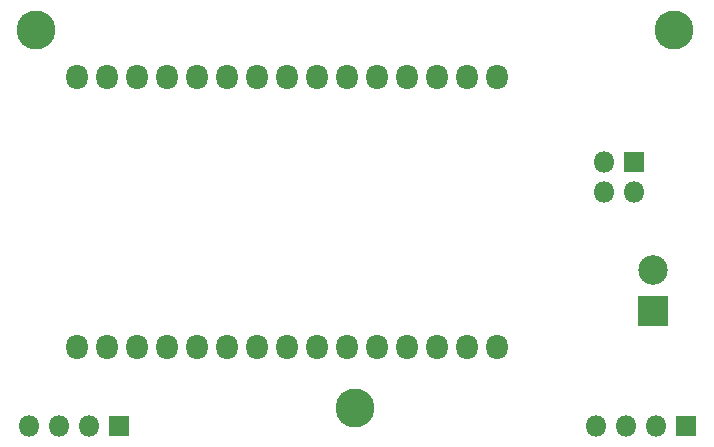
<source format=gbs>
G04 #@! TF.FileFunction,Soldermask,Bot*
%FSLAX46Y46*%
G04 Gerber Fmt 4.6, Leading zero omitted, Abs format (unit mm)*
G04 Created by KiCad (PCBNEW 4.0.6) date Thu Jun 20 17:07:18 2019*
%MOMM*%
%LPD*%
G01*
G04 APERTURE LIST*
%ADD10C,0.100000*%
%ADD11C,3.301600*%
%ADD12O,1.828800X2.133600*%
%ADD13C,2.501600*%
%ADD14R,2.501600X2.501600*%
%ADD15R,1.801600X1.801600*%
%ADD16O,1.801600X1.801600*%
G04 APERTURE END LIST*
D10*
D11*
X130000000Y-90000000D03*
D12*
X142000000Y-62000000D03*
X139460000Y-62000000D03*
X136920000Y-62000000D03*
X134380000Y-62000000D03*
X131840000Y-62000000D03*
X129300000Y-62000000D03*
X126760000Y-62000000D03*
X124220000Y-62000000D03*
X121680000Y-62000000D03*
X119140000Y-62000000D03*
X116600000Y-62000000D03*
X114060000Y-62000000D03*
X111520000Y-62000000D03*
X108980000Y-62000000D03*
X106440000Y-62000000D03*
X142000000Y-84860000D03*
X111520000Y-84860000D03*
X108980000Y-84860000D03*
X114060000Y-84860000D03*
X129300000Y-84860000D03*
X131840000Y-84860000D03*
X126760000Y-84860000D03*
X106440000Y-84860000D03*
X121680000Y-84860000D03*
X124220000Y-84860000D03*
X119140000Y-84860000D03*
X116600000Y-84860000D03*
X136920000Y-84860000D03*
X134380000Y-84860000D03*
X139460000Y-84860000D03*
D11*
X157000000Y-58000000D03*
D13*
X155200000Y-78300000D03*
D14*
X155200000Y-81800000D03*
D15*
X153600000Y-69200000D03*
D16*
X153600000Y-71740000D03*
X151060000Y-69200000D03*
X151060000Y-71740000D03*
D15*
X110000000Y-91500000D03*
D16*
X107460000Y-91500000D03*
X104920000Y-91500000D03*
X102380000Y-91500000D03*
D15*
X158000000Y-91500000D03*
D16*
X155460000Y-91500000D03*
X152920000Y-91500000D03*
X150380000Y-91500000D03*
D11*
X103000000Y-58000000D03*
M02*

</source>
